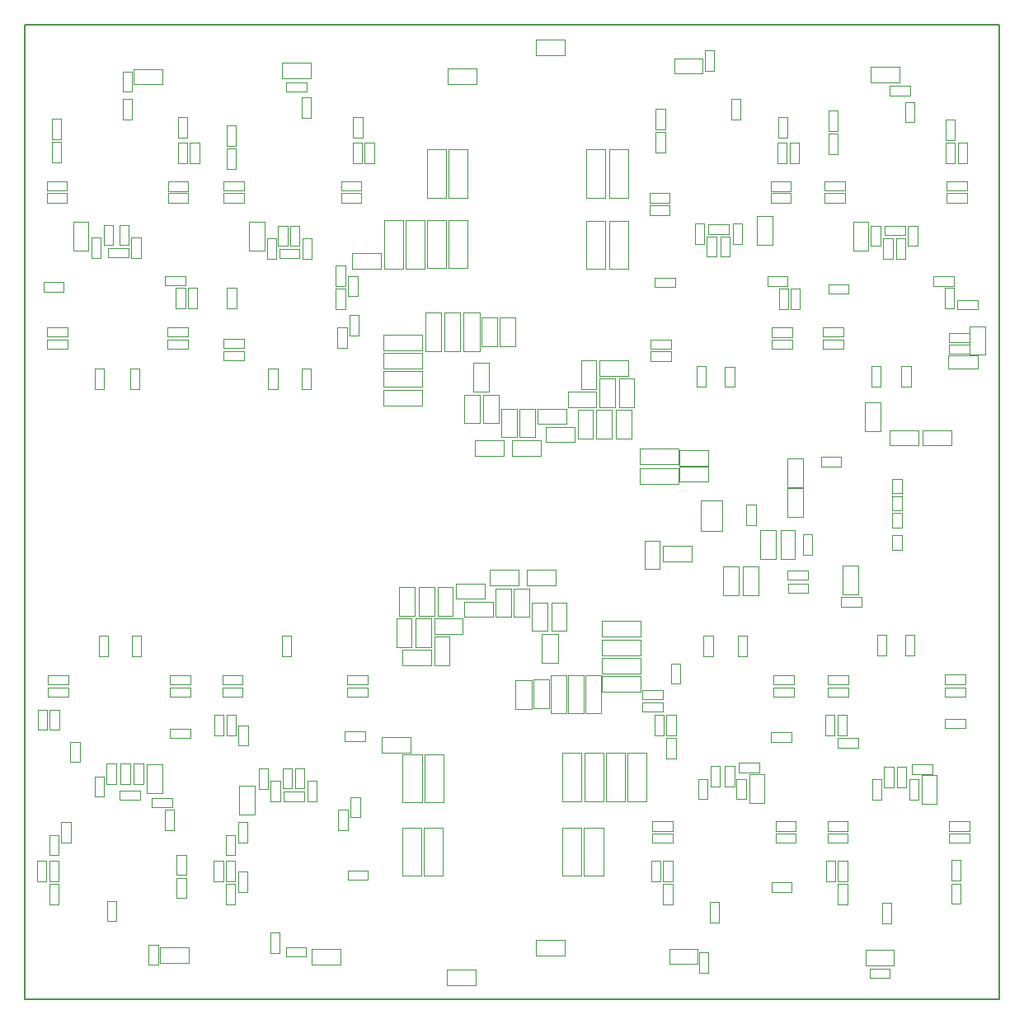
<source format=gbr>
G04 (created by PCBNEW (2013-05-16 BZR 4016)-stable) date 12. 1. 2014 21:28:44*
%MOIN*%
G04 Gerber Fmt 3.4, Leading zero omitted, Abs format*
%FSLAX34Y34*%
G01*
G70*
G90*
G04 APERTURE LIST*
%ADD10C,0.00590551*%
%ADD11C,0.002*%
G04 APERTURE END LIST*
G54D10*
X38779Y-61023D02*
X78149Y-61023D01*
X78149Y-61023D02*
X78149Y-21653D01*
X78149Y-21653D02*
X38779Y-21653D01*
X38779Y-21653D02*
X38779Y-61023D01*
G54D11*
X61464Y-28624D02*
X61464Y-26678D01*
X62238Y-26678D02*
X62238Y-28624D01*
X62238Y-28624D02*
X61464Y-28624D01*
X61464Y-26678D02*
X62238Y-26678D01*
X62389Y-28624D02*
X62389Y-26678D01*
X63163Y-26678D02*
X63163Y-28624D01*
X63163Y-28624D02*
X62389Y-28624D01*
X62389Y-26678D02*
X63163Y-26678D01*
X55892Y-28630D02*
X55892Y-26684D01*
X56666Y-26684D02*
X56666Y-28630D01*
X56666Y-28630D02*
X55892Y-28630D01*
X55892Y-26684D02*
X56666Y-26684D01*
X55026Y-28630D02*
X55026Y-26684D01*
X55800Y-26684D02*
X55800Y-28630D01*
X55800Y-28630D02*
X55026Y-28630D01*
X55026Y-26684D02*
X55800Y-26684D01*
X54933Y-29543D02*
X54933Y-31489D01*
X54159Y-31489D02*
X54159Y-29543D01*
X54159Y-29543D02*
X54933Y-29543D01*
X54933Y-31489D02*
X54159Y-31489D01*
X54067Y-29543D02*
X54067Y-31489D01*
X53293Y-31489D02*
X53293Y-29543D01*
X53293Y-29543D02*
X54067Y-29543D01*
X54067Y-31489D02*
X53293Y-31489D01*
X63138Y-53032D02*
X63138Y-51086D01*
X63912Y-51086D02*
X63912Y-53032D01*
X63912Y-53032D02*
X63138Y-53032D01*
X63138Y-51086D02*
X63912Y-51086D01*
X62255Y-53029D02*
X62255Y-51083D01*
X63029Y-51083D02*
X63029Y-53029D01*
X63029Y-53029D02*
X62255Y-53029D01*
X62255Y-51083D02*
X63029Y-51083D01*
X55680Y-54100D02*
X55680Y-56046D01*
X54906Y-56046D02*
X54906Y-54100D01*
X54906Y-54100D02*
X55680Y-54100D01*
X55680Y-56046D02*
X54906Y-56046D01*
X54803Y-54099D02*
X54803Y-56045D01*
X54029Y-56045D02*
X54029Y-54099D01*
X54029Y-54099D02*
X54803Y-54099D01*
X54803Y-56045D02*
X54029Y-56045D01*
X61269Y-54093D02*
X61269Y-56039D01*
X60495Y-56039D02*
X60495Y-54093D01*
X60495Y-54093D02*
X61269Y-54093D01*
X61269Y-56039D02*
X60495Y-56039D01*
X62151Y-54095D02*
X62151Y-56041D01*
X61377Y-56041D02*
X61377Y-54095D01*
X61377Y-54095D02*
X62151Y-54095D01*
X62151Y-56041D02*
X61377Y-56041D01*
X60227Y-44314D02*
X59069Y-44314D01*
X59069Y-44314D02*
X59069Y-43677D01*
X59078Y-43677D02*
X60236Y-43677D01*
X60236Y-43677D02*
X60236Y-44314D01*
X53906Y-45525D02*
X53906Y-44367D01*
X53906Y-44367D02*
X54543Y-44367D01*
X54543Y-44376D02*
X54543Y-45534D01*
X54543Y-45534D02*
X53906Y-45534D01*
X60316Y-46267D02*
X60316Y-47425D01*
X60316Y-47425D02*
X59679Y-47425D01*
X59679Y-47415D02*
X59679Y-46257D01*
X59679Y-46257D02*
X60316Y-46257D01*
X55336Y-44377D02*
X55336Y-45535D01*
X55336Y-45535D02*
X54699Y-45535D01*
X54699Y-45525D02*
X54699Y-44367D01*
X54699Y-44367D02*
X55336Y-44367D01*
X55197Y-47554D02*
X54039Y-47554D01*
X54039Y-47554D02*
X54039Y-46917D01*
X54048Y-46917D02*
X55206Y-46917D01*
X55206Y-46917D02*
X55206Y-47554D01*
X55196Y-45657D02*
X55196Y-46815D01*
X55196Y-46815D02*
X54559Y-46815D01*
X54559Y-46805D02*
X54559Y-45647D01*
X54559Y-45647D02*
X55196Y-45647D01*
X60049Y-46155D02*
X60049Y-44997D01*
X60049Y-44997D02*
X60666Y-44997D01*
X60666Y-44997D02*
X60666Y-46155D01*
X60666Y-46155D02*
X60049Y-46155D01*
X56076Y-44367D02*
X56076Y-45525D01*
X56076Y-45525D02*
X55459Y-45525D01*
X55459Y-45525D02*
X55459Y-44367D01*
X55459Y-44367D02*
X56076Y-44367D01*
X59886Y-44997D02*
X59886Y-46155D01*
X59886Y-46155D02*
X59269Y-46155D01*
X59269Y-46155D02*
X59269Y-44997D01*
X59269Y-44997D02*
X59886Y-44997D01*
X55319Y-45647D02*
X56477Y-45647D01*
X56477Y-45647D02*
X56477Y-46264D01*
X56477Y-46264D02*
X55319Y-46264D01*
X55319Y-46264D02*
X55319Y-45647D01*
X56529Y-44967D02*
X57687Y-44967D01*
X57687Y-44967D02*
X57687Y-45584D01*
X57687Y-45584D02*
X56529Y-45584D01*
X56529Y-45584D02*
X56529Y-44967D01*
X55946Y-46377D02*
X55946Y-47535D01*
X55946Y-47535D02*
X55329Y-47535D01*
X55329Y-47535D02*
X55329Y-46377D01*
X55329Y-46377D02*
X55946Y-46377D01*
X57569Y-43687D02*
X58727Y-43687D01*
X58727Y-43687D02*
X58727Y-44304D01*
X58727Y-44304D02*
X57569Y-44304D01*
X57569Y-44304D02*
X57569Y-43687D01*
X54408Y-45655D02*
X54408Y-46813D01*
X54408Y-46813D02*
X53791Y-46813D01*
X53791Y-46813D02*
X53791Y-45655D01*
X53791Y-45655D02*
X54408Y-45655D01*
X58539Y-45585D02*
X58539Y-44427D01*
X58539Y-44427D02*
X59156Y-44427D01*
X59156Y-44427D02*
X59156Y-45585D01*
X59156Y-45585D02*
X58539Y-45585D01*
X58426Y-44427D02*
X58426Y-45585D01*
X58426Y-45585D02*
X57809Y-45585D01*
X57809Y-45585D02*
X57809Y-44427D01*
X57809Y-44427D02*
X58426Y-44427D01*
X55800Y-29538D02*
X55800Y-31484D01*
X55026Y-31484D02*
X55026Y-29538D01*
X55026Y-29538D02*
X55800Y-29538D01*
X55800Y-31484D02*
X55026Y-31484D01*
X59441Y-22231D02*
X60599Y-22231D01*
X60599Y-22231D02*
X60599Y-22868D01*
X60589Y-22868D02*
X59431Y-22868D01*
X59431Y-22868D02*
X59431Y-22231D01*
X56666Y-29538D02*
X56666Y-31484D01*
X55892Y-31484D02*
X55892Y-29538D01*
X55892Y-29538D02*
X56666Y-29538D01*
X56666Y-31484D02*
X55892Y-31484D01*
X62237Y-29558D02*
X62237Y-31504D01*
X61463Y-31504D02*
X61463Y-29558D01*
X61463Y-29558D02*
X62237Y-29558D01*
X62237Y-31504D02*
X61463Y-31504D01*
X63162Y-29558D02*
X63162Y-31504D01*
X62388Y-31504D02*
X62388Y-29558D01*
X62388Y-29558D02*
X63162Y-29558D01*
X63162Y-31504D02*
X62388Y-31504D01*
X60498Y-53029D02*
X60498Y-51083D01*
X61272Y-51083D02*
X61272Y-53029D01*
X61272Y-53029D02*
X60498Y-53029D01*
X60498Y-51083D02*
X61272Y-51083D01*
X61381Y-53032D02*
X61381Y-51086D01*
X62155Y-51086D02*
X62155Y-53032D01*
X62155Y-53032D02*
X61381Y-53032D01*
X61381Y-51086D02*
X62155Y-51086D01*
X54920Y-53081D02*
X54920Y-51135D01*
X55694Y-51135D02*
X55694Y-53081D01*
X55694Y-53081D02*
X54920Y-53081D01*
X54920Y-51135D02*
X55694Y-51135D01*
X54042Y-53079D02*
X54042Y-51133D01*
X54816Y-51133D02*
X54816Y-53079D01*
X54816Y-53079D02*
X54042Y-53079D01*
X54042Y-51133D02*
X54816Y-51133D01*
X74215Y-41377D02*
X74215Y-41968D01*
X74215Y-41966D02*
X73835Y-41966D01*
X73835Y-41968D02*
X73835Y-41377D01*
X73835Y-41379D02*
X74215Y-41379D01*
X74215Y-40688D02*
X74215Y-41279D01*
X74215Y-41277D02*
X73835Y-41277D01*
X73835Y-41279D02*
X73835Y-40688D01*
X73835Y-40690D02*
X74215Y-40690D01*
X74225Y-42283D02*
X74225Y-42874D01*
X74225Y-42872D02*
X73845Y-42872D01*
X73845Y-42874D02*
X73845Y-42283D01*
X73845Y-42285D02*
X74225Y-42285D01*
X74215Y-40000D02*
X74215Y-40590D01*
X74215Y-40588D02*
X73835Y-40588D01*
X73835Y-40590D02*
X73835Y-40000D01*
X73835Y-40001D02*
X74215Y-40001D01*
X69894Y-42058D02*
X69894Y-43216D01*
X69894Y-43226D02*
X69337Y-43226D01*
X69337Y-43226D02*
X69337Y-42068D01*
X69337Y-42058D02*
X69894Y-42058D01*
X76113Y-34996D02*
X77271Y-34996D01*
X77281Y-34996D02*
X77281Y-35554D01*
X77281Y-35554D02*
X76123Y-35554D01*
X76113Y-35554D02*
X76113Y-34996D01*
X66099Y-42114D02*
X66099Y-40857D01*
X66099Y-40857D02*
X66951Y-40857D01*
X66951Y-40867D02*
X66951Y-42104D01*
X66951Y-42114D02*
X66099Y-42114D01*
X44338Y-24048D02*
X43180Y-24048D01*
X43180Y-24048D02*
X43180Y-23431D01*
X43180Y-23431D02*
X44338Y-23431D01*
X44338Y-23431D02*
X44338Y-24048D01*
X50332Y-23802D02*
X49174Y-23802D01*
X49174Y-23802D02*
X49174Y-23185D01*
X49174Y-23185D02*
X50332Y-23185D01*
X50332Y-23185D02*
X50332Y-23802D01*
X48448Y-29617D02*
X48448Y-30775D01*
X48448Y-30775D02*
X47831Y-30775D01*
X47831Y-30775D02*
X47831Y-29617D01*
X47831Y-29617D02*
X48448Y-29617D01*
X41331Y-29598D02*
X41331Y-30756D01*
X41331Y-30756D02*
X40715Y-30756D01*
X40715Y-30756D02*
X40715Y-29598D01*
X40715Y-29598D02*
X41331Y-29598D01*
X43707Y-52695D02*
X43707Y-51537D01*
X43707Y-51537D02*
X44324Y-51537D01*
X44324Y-51537D02*
X44324Y-52695D01*
X44324Y-52695D02*
X43707Y-52695D01*
X47437Y-53571D02*
X47437Y-52413D01*
X47437Y-52413D02*
X48054Y-52413D01*
X48054Y-52413D02*
X48054Y-53571D01*
X48054Y-53571D02*
X47437Y-53571D01*
X45391Y-59570D02*
X44233Y-59570D01*
X44233Y-59570D02*
X44233Y-58953D01*
X44233Y-58953D02*
X45391Y-58953D01*
X45391Y-58953D02*
X45391Y-59570D01*
X51523Y-59629D02*
X50365Y-59629D01*
X50365Y-59629D02*
X50365Y-59012D01*
X50365Y-59012D02*
X51523Y-59012D01*
X51523Y-59012D02*
X51523Y-59629D01*
X64814Y-58992D02*
X65972Y-58992D01*
X65972Y-58992D02*
X65972Y-59609D01*
X65972Y-59609D02*
X64814Y-59609D01*
X64814Y-59609D02*
X64814Y-58992D01*
X72747Y-59051D02*
X73905Y-59051D01*
X73905Y-59051D02*
X73905Y-59668D01*
X73905Y-59668D02*
X72747Y-59668D01*
X72747Y-59668D02*
X72747Y-59051D01*
X68057Y-53108D02*
X68057Y-51950D01*
X68057Y-51950D02*
X68674Y-51950D01*
X68674Y-51950D02*
X68674Y-53108D01*
X68674Y-53108D02*
X68057Y-53108D01*
X75016Y-53138D02*
X75016Y-51980D01*
X75016Y-51980D02*
X75633Y-51980D01*
X75633Y-51980D02*
X75633Y-53138D01*
X75633Y-53138D02*
X75016Y-53138D01*
X68989Y-29381D02*
X68989Y-30539D01*
X68989Y-30539D02*
X68372Y-30539D01*
X68372Y-30539D02*
X68372Y-29381D01*
X68372Y-29381D02*
X68989Y-29381D01*
X72867Y-29598D02*
X72867Y-30756D01*
X72867Y-30756D02*
X72250Y-30756D01*
X72250Y-30756D02*
X72250Y-29598D01*
X72250Y-29598D02*
X72867Y-29598D01*
X65021Y-22998D02*
X66179Y-22998D01*
X66179Y-22998D02*
X66179Y-23615D01*
X66179Y-23615D02*
X65021Y-23615D01*
X65021Y-23615D02*
X65021Y-22998D01*
X72974Y-23353D02*
X74132Y-23353D01*
X74132Y-23353D02*
X74132Y-23969D01*
X74132Y-23969D02*
X72974Y-23969D01*
X72974Y-23969D02*
X72974Y-23353D01*
X58613Y-49281D02*
X58613Y-48123D01*
X58613Y-48123D02*
X59250Y-48123D01*
X59250Y-48132D02*
X59250Y-49290D01*
X59250Y-49290D02*
X58613Y-49290D01*
X57240Y-34634D02*
X57240Y-33476D01*
X57240Y-33476D02*
X57877Y-33476D01*
X57877Y-33485D02*
X57877Y-34643D01*
X57877Y-34643D02*
X57240Y-34643D01*
X58588Y-33486D02*
X58588Y-34644D01*
X58588Y-34644D02*
X57951Y-34644D01*
X57951Y-34634D02*
X57951Y-33476D01*
X57951Y-33476D02*
X58588Y-33476D01*
X57029Y-24038D02*
X55871Y-24038D01*
X55871Y-24038D02*
X55871Y-23401D01*
X55880Y-23401D02*
X57038Y-23401D01*
X57038Y-23401D02*
X57038Y-24038D01*
X56989Y-60463D02*
X55831Y-60463D01*
X55831Y-60463D02*
X55831Y-59826D01*
X55840Y-59826D02*
X56998Y-59826D01*
X56998Y-59826D02*
X56998Y-60463D01*
X59441Y-58641D02*
X60599Y-58641D01*
X60599Y-58641D02*
X60599Y-59278D01*
X60589Y-59278D02*
X59431Y-59278D01*
X59431Y-59278D02*
X59431Y-58641D01*
X66386Y-39491D02*
X65228Y-39491D01*
X65228Y-39491D02*
X65228Y-38855D01*
X65237Y-38855D02*
X66395Y-38855D01*
X66395Y-38855D02*
X66395Y-39491D01*
X66386Y-40101D02*
X65228Y-40101D01*
X65228Y-40101D02*
X65228Y-39465D01*
X65237Y-39465D02*
X66395Y-39465D01*
X66395Y-39465D02*
X66395Y-40101D01*
X64578Y-42693D02*
X65736Y-42693D01*
X65736Y-42693D02*
X65736Y-43329D01*
X65726Y-43329D02*
X64568Y-43329D01*
X64568Y-43329D02*
X64568Y-42693D01*
X59958Y-48127D02*
X59958Y-49285D01*
X59958Y-49285D02*
X59321Y-49285D01*
X59321Y-49275D02*
X59321Y-48117D01*
X59321Y-48117D02*
X59958Y-48117D01*
X52011Y-30871D02*
X53169Y-30871D01*
X53169Y-30871D02*
X53169Y-31508D01*
X53159Y-31508D02*
X52001Y-31508D01*
X52001Y-31508D02*
X52001Y-30871D01*
X63633Y-39563D02*
X65185Y-39563D01*
X65185Y-40199D02*
X63633Y-40199D01*
X63633Y-40199D02*
X63633Y-39563D01*
X65185Y-39563D02*
X65185Y-40199D01*
X63633Y-38756D02*
X65185Y-38756D01*
X65185Y-39392D02*
X63633Y-39392D01*
X63633Y-39392D02*
X63633Y-38756D01*
X65185Y-38756D02*
X65185Y-39392D01*
X60665Y-47923D02*
X60665Y-49475D01*
X60028Y-49475D02*
X60028Y-47923D01*
X60028Y-47923D02*
X60665Y-47923D01*
X60665Y-49475D02*
X60028Y-49475D01*
X61372Y-47923D02*
X61372Y-49475D01*
X60735Y-49475D02*
X60735Y-47923D01*
X60735Y-47923D02*
X61372Y-47923D01*
X61372Y-49475D02*
X60735Y-49475D01*
X62072Y-47923D02*
X62072Y-49475D01*
X61435Y-49475D02*
X61435Y-47923D01*
X61435Y-47923D02*
X62072Y-47923D01*
X62072Y-49475D02*
X61435Y-49475D01*
X62104Y-47971D02*
X63656Y-47971D01*
X63656Y-48608D02*
X62104Y-48608D01*
X62104Y-48608D02*
X62104Y-47971D01*
X63656Y-47971D02*
X63656Y-48608D01*
X62105Y-47225D02*
X63657Y-47225D01*
X63657Y-47862D02*
X62105Y-47862D01*
X62105Y-47862D02*
X62105Y-47225D01*
X63657Y-47225D02*
X63657Y-47862D01*
X56511Y-34836D02*
X56511Y-33284D01*
X57148Y-33284D02*
X57148Y-34836D01*
X57148Y-34836D02*
X56511Y-34836D01*
X56511Y-33284D02*
X57148Y-33284D01*
X55741Y-34836D02*
X55741Y-33284D01*
X56378Y-33284D02*
X56378Y-34836D01*
X56378Y-34836D02*
X55741Y-34836D01*
X55741Y-33284D02*
X56378Y-33284D01*
X54971Y-34836D02*
X54971Y-33284D01*
X55608Y-33284D02*
X55608Y-34836D01*
X55608Y-34836D02*
X54971Y-34836D01*
X54971Y-33284D02*
X55608Y-33284D01*
X54831Y-34806D02*
X53279Y-34806D01*
X53279Y-34170D02*
X54831Y-34170D01*
X54831Y-34170D02*
X54831Y-34806D01*
X53279Y-34806D02*
X53279Y-34170D01*
X54826Y-35548D02*
X53274Y-35548D01*
X53274Y-34911D02*
X54826Y-34911D01*
X54826Y-34911D02*
X54826Y-35548D01*
X53274Y-35548D02*
X53274Y-34911D01*
X68418Y-43535D02*
X68418Y-44693D01*
X68418Y-44693D02*
X67801Y-44693D01*
X67801Y-44693D02*
X67801Y-43535D01*
X67801Y-43535D02*
X68418Y-43535D01*
X67621Y-43535D02*
X67621Y-44693D01*
X67621Y-44693D02*
X67004Y-44693D01*
X67004Y-44693D02*
X67004Y-43535D01*
X67004Y-43535D02*
X67621Y-43535D01*
X72453Y-43515D02*
X72453Y-44673D01*
X72453Y-44673D02*
X71837Y-44673D01*
X71837Y-44673D02*
X71837Y-43515D01*
X71837Y-43515D02*
X72453Y-43515D01*
X68510Y-43226D02*
X68510Y-42068D01*
X68510Y-42068D02*
X69127Y-42068D01*
X69127Y-42068D02*
X69127Y-43226D01*
X69127Y-43226D02*
X68510Y-43226D01*
X76975Y-34988D02*
X76975Y-33830D01*
X76975Y-33830D02*
X77591Y-33830D01*
X77591Y-33830D02*
X77591Y-34988D01*
X77591Y-34988D02*
X76975Y-34988D01*
X73359Y-36901D02*
X73359Y-38059D01*
X73359Y-38059D02*
X72742Y-38059D01*
X72742Y-38059D02*
X72742Y-36901D01*
X72742Y-36901D02*
X73359Y-36901D01*
X75070Y-38038D02*
X76228Y-38038D01*
X76228Y-38038D02*
X76228Y-38654D01*
X76228Y-38654D02*
X75070Y-38654D01*
X75070Y-38654D02*
X75070Y-38038D01*
X74890Y-38654D02*
X73732Y-38654D01*
X73732Y-38654D02*
X73732Y-38038D01*
X73732Y-38038D02*
X74890Y-38038D01*
X74890Y-38038D02*
X74890Y-38654D01*
X70219Y-39184D02*
X70219Y-40342D01*
X70219Y-40342D02*
X69603Y-40342D01*
X69603Y-40342D02*
X69603Y-39184D01*
X69603Y-39184D02*
X70219Y-39184D01*
X70219Y-40385D02*
X70219Y-41543D01*
X70219Y-41543D02*
X69603Y-41543D01*
X69603Y-41543D02*
X69603Y-40385D01*
X69603Y-40385D02*
X70219Y-40385D01*
X64442Y-42491D02*
X64442Y-43649D01*
X64442Y-43649D02*
X63825Y-43649D01*
X63825Y-43649D02*
X63825Y-42491D01*
X63825Y-42491D02*
X64442Y-42491D01*
X70613Y-42235D02*
X70613Y-43059D01*
X70613Y-43059D02*
X70233Y-43059D01*
X70233Y-43059D02*
X70233Y-42235D01*
X70233Y-42235D02*
X70613Y-42235D01*
X71773Y-44780D02*
X72596Y-44780D01*
X72596Y-44780D02*
X72596Y-45160D01*
X72596Y-45160D02*
X71773Y-45160D01*
X71773Y-45160D02*
X71773Y-44780D01*
X69617Y-44239D02*
X70441Y-44239D01*
X70441Y-44239D02*
X70441Y-44619D01*
X70441Y-44619D02*
X69617Y-44619D01*
X69617Y-44619D02*
X69617Y-44239D01*
X43556Y-51507D02*
X43556Y-52330D01*
X43556Y-52330D02*
X43176Y-52330D01*
X43176Y-52330D02*
X43176Y-51507D01*
X43176Y-51507D02*
X43556Y-51507D01*
X49233Y-52644D02*
X50057Y-52644D01*
X50057Y-52644D02*
X50057Y-53024D01*
X50057Y-53024D02*
X49233Y-53024D01*
X49233Y-53024D02*
X49233Y-52644D01*
X44156Y-58830D02*
X44156Y-59653D01*
X44156Y-59653D02*
X43776Y-59653D01*
X43776Y-59653D02*
X43776Y-58830D01*
X43776Y-58830D02*
X44156Y-58830D01*
X50145Y-59314D02*
X49322Y-59314D01*
X49322Y-59314D02*
X49322Y-58934D01*
X49322Y-58934D02*
X50145Y-58934D01*
X50145Y-58934D02*
X50145Y-59314D01*
X68462Y-51863D02*
X67639Y-51863D01*
X67639Y-51863D02*
X67639Y-51483D01*
X67639Y-51483D02*
X68462Y-51483D01*
X68462Y-51483D02*
X68462Y-51863D01*
X75460Y-51922D02*
X74637Y-51922D01*
X74637Y-51922D02*
X74637Y-51542D01*
X74637Y-51542D02*
X75460Y-51542D01*
X75460Y-51542D02*
X75460Y-51922D01*
X66410Y-59155D02*
X66410Y-59978D01*
X66410Y-59978D02*
X66030Y-59978D01*
X66030Y-59978D02*
X66030Y-59155D01*
X66030Y-59155D02*
X66410Y-59155D01*
X73738Y-60170D02*
X72915Y-60170D01*
X72915Y-60170D02*
X72915Y-59790D01*
X72915Y-59790D02*
X73738Y-59790D01*
X73738Y-59790D02*
X73738Y-60170D01*
X73525Y-29770D02*
X74348Y-29770D01*
X74348Y-29770D02*
X74348Y-30150D01*
X74348Y-30150D02*
X73525Y-30150D01*
X73525Y-30150D02*
X73525Y-29770D01*
X67222Y-30091D02*
X66399Y-30091D01*
X66399Y-30091D02*
X66399Y-29711D01*
X66399Y-29711D02*
X67222Y-29711D01*
X67222Y-29711D02*
X67222Y-30091D01*
X73732Y-24111D02*
X74555Y-24111D01*
X74555Y-24111D02*
X74555Y-24491D01*
X74555Y-24491D02*
X73732Y-24491D01*
X73732Y-24491D02*
X73732Y-24111D01*
X66266Y-23512D02*
X66266Y-22688D01*
X66266Y-22688D02*
X66646Y-22688D01*
X66646Y-22688D02*
X66646Y-23512D01*
X66646Y-23512D02*
X66266Y-23512D01*
X49880Y-31075D02*
X49056Y-31075D01*
X49056Y-31075D02*
X49056Y-30695D01*
X49056Y-30695D02*
X49880Y-30695D01*
X49880Y-30695D02*
X49880Y-31075D01*
X42127Y-30656D02*
X42951Y-30656D01*
X42951Y-30656D02*
X42951Y-31036D01*
X42951Y-31036D02*
X42127Y-31036D01*
X42127Y-31036D02*
X42127Y-30656D01*
X49332Y-23963D02*
X50155Y-23963D01*
X50155Y-23963D02*
X50155Y-24343D01*
X50155Y-24343D02*
X49332Y-24343D01*
X49332Y-24343D02*
X49332Y-23963D01*
X43103Y-23525D02*
X43103Y-24348D01*
X43103Y-24348D02*
X42723Y-24348D01*
X42723Y-24348D02*
X42723Y-23525D01*
X42723Y-23525D02*
X43103Y-23525D01*
X68319Y-41045D02*
X68319Y-41868D01*
X68319Y-41868D02*
X67939Y-41868D01*
X67939Y-41868D02*
X67939Y-41045D01*
X67939Y-41045D02*
X68319Y-41045D01*
X70956Y-39111D02*
X71779Y-39111D01*
X71779Y-39111D02*
X71779Y-39491D01*
X71779Y-39491D02*
X70956Y-39491D01*
X70956Y-39491D02*
X70956Y-39111D01*
X41758Y-47163D02*
X41758Y-46340D01*
X41758Y-46340D02*
X42138Y-46340D01*
X42138Y-46340D02*
X42138Y-47163D01*
X42138Y-47163D02*
X41758Y-47163D01*
X40987Y-50631D02*
X40987Y-51454D01*
X40987Y-51454D02*
X40607Y-51454D01*
X40607Y-51454D02*
X40607Y-50631D01*
X40607Y-50631D02*
X40987Y-50631D01*
X40529Y-48812D02*
X39706Y-48812D01*
X39706Y-48812D02*
X39706Y-48432D01*
X39706Y-48432D02*
X40529Y-48432D01*
X40529Y-48432D02*
X40529Y-48812D01*
X43423Y-52975D02*
X42600Y-52975D01*
X42600Y-52975D02*
X42600Y-52595D01*
X42600Y-52595D02*
X43423Y-52595D01*
X43423Y-52595D02*
X43423Y-52975D01*
X44627Y-48432D02*
X45451Y-48432D01*
X45451Y-48432D02*
X45451Y-48812D01*
X45451Y-48812D02*
X44627Y-48812D01*
X44627Y-48812D02*
X44627Y-48432D01*
X44627Y-50105D02*
X45451Y-50105D01*
X45451Y-50105D02*
X45451Y-50485D01*
X45451Y-50485D02*
X44627Y-50485D01*
X44627Y-50485D02*
X44627Y-50105D01*
X43024Y-51517D02*
X43024Y-52340D01*
X43024Y-52340D02*
X42644Y-52340D01*
X42644Y-52340D02*
X42644Y-51517D01*
X42644Y-51517D02*
X43024Y-51517D01*
X42453Y-51517D02*
X42453Y-52340D01*
X42453Y-52340D02*
X42073Y-52340D01*
X42073Y-52340D02*
X42073Y-51517D01*
X42073Y-51517D02*
X42453Y-51517D01*
X40160Y-49322D02*
X40160Y-50145D01*
X40160Y-50145D02*
X39780Y-50145D01*
X39780Y-50145D02*
X39780Y-49322D01*
X39780Y-49322D02*
X40160Y-49322D01*
X40529Y-48319D02*
X39706Y-48319D01*
X39706Y-48319D02*
X39706Y-47939D01*
X39706Y-47939D02*
X40529Y-47939D01*
X40529Y-47939D02*
X40529Y-48319D01*
X44627Y-47939D02*
X45451Y-47939D01*
X45451Y-47939D02*
X45451Y-48319D01*
X45451Y-48319D02*
X44627Y-48319D01*
X44627Y-48319D02*
X44627Y-47939D01*
X51704Y-50213D02*
X52527Y-50213D01*
X52527Y-50213D02*
X52527Y-50593D01*
X52527Y-50593D02*
X51704Y-50593D01*
X51704Y-50593D02*
X51704Y-50213D01*
X47577Y-48812D02*
X46753Y-48812D01*
X46753Y-48812D02*
X46753Y-48432D01*
X46753Y-48432D02*
X47577Y-48432D01*
X47577Y-48432D02*
X47577Y-48812D01*
X48595Y-51704D02*
X48595Y-52527D01*
X48595Y-52527D02*
X48215Y-52527D01*
X48215Y-52527D02*
X48215Y-51704D01*
X48215Y-51704D02*
X48595Y-51704D01*
X49160Y-47163D02*
X49160Y-46340D01*
X49160Y-46340D02*
X49540Y-46340D01*
X49540Y-46340D02*
X49540Y-47163D01*
X49540Y-47163D02*
X49160Y-47163D01*
X51812Y-48432D02*
X52636Y-48432D01*
X52636Y-48432D02*
X52636Y-48812D01*
X52636Y-48812D02*
X51812Y-48812D01*
X51812Y-48812D02*
X51812Y-48432D01*
X47788Y-49962D02*
X47788Y-50785D01*
X47788Y-50785D02*
X47408Y-50785D01*
X47408Y-50785D02*
X47408Y-49962D01*
X47408Y-49962D02*
X47788Y-49962D01*
X50071Y-51694D02*
X50071Y-52517D01*
X50071Y-52517D02*
X49691Y-52517D01*
X49691Y-52517D02*
X49691Y-51694D01*
X49691Y-51694D02*
X50071Y-51694D01*
X49579Y-51694D02*
X49579Y-52517D01*
X49579Y-52517D02*
X49199Y-52517D01*
X49199Y-52517D02*
X49199Y-51694D01*
X49199Y-51694D02*
X49579Y-51694D01*
X47296Y-49548D02*
X47296Y-50372D01*
X47296Y-50372D02*
X46916Y-50372D01*
X46916Y-50372D02*
X46916Y-49548D01*
X46916Y-49548D02*
X47296Y-49548D01*
X47577Y-48319D02*
X46753Y-48319D01*
X46753Y-48319D02*
X46753Y-47939D01*
X46753Y-47939D02*
X47577Y-47939D01*
X47577Y-47939D02*
X47577Y-48319D01*
X51812Y-47939D02*
X52636Y-47939D01*
X52636Y-47939D02*
X52636Y-48319D01*
X52636Y-48319D02*
X51812Y-48319D01*
X51812Y-48319D02*
X51812Y-47939D01*
X42473Y-57058D02*
X42473Y-57882D01*
X42473Y-57882D02*
X42093Y-57882D01*
X42093Y-57882D02*
X42093Y-57058D01*
X42093Y-57058D02*
X42473Y-57058D01*
X39750Y-57203D02*
X39750Y-56379D01*
X39750Y-56379D02*
X40130Y-56379D01*
X40130Y-56379D02*
X40130Y-57203D01*
X40130Y-57203D02*
X39750Y-57203D01*
X39750Y-55214D02*
X39750Y-54391D01*
X39750Y-54391D02*
X40130Y-54391D01*
X40130Y-54391D02*
X40130Y-55214D01*
X40130Y-55214D02*
X39750Y-55214D01*
X41581Y-52852D02*
X41581Y-52029D01*
X41581Y-52029D02*
X41961Y-52029D01*
X41961Y-52029D02*
X41961Y-52852D01*
X41961Y-52852D02*
X41581Y-52852D01*
X43909Y-52890D02*
X44732Y-52890D01*
X44732Y-52890D02*
X44732Y-53270D01*
X44732Y-53270D02*
X43909Y-53270D01*
X43909Y-53270D02*
X43909Y-52890D01*
X43097Y-47163D02*
X43097Y-46340D01*
X43097Y-46340D02*
X43477Y-46340D01*
X43477Y-46340D02*
X43477Y-47163D01*
X43477Y-47163D02*
X43097Y-47163D01*
X44908Y-56947D02*
X44908Y-56123D01*
X44908Y-56123D02*
X45288Y-56123D01*
X45288Y-56123D02*
X45288Y-56947D01*
X45288Y-56947D02*
X44908Y-56947D01*
X45288Y-55198D02*
X45288Y-56021D01*
X45288Y-56021D02*
X44908Y-56021D01*
X44908Y-56021D02*
X44908Y-55198D01*
X44908Y-55198D02*
X45288Y-55198D01*
X40130Y-55454D02*
X40130Y-56277D01*
X40130Y-56277D02*
X39750Y-56277D01*
X39750Y-56277D02*
X39750Y-55454D01*
X39750Y-55454D02*
X40130Y-55454D01*
X40623Y-53879D02*
X40623Y-54703D01*
X40623Y-54703D02*
X40243Y-54703D01*
X40243Y-54703D02*
X40243Y-53879D01*
X40243Y-53879D02*
X40623Y-53879D01*
X44432Y-54191D02*
X44432Y-53367D01*
X44432Y-53367D02*
X44812Y-53367D01*
X44812Y-53367D02*
X44812Y-54191D01*
X44812Y-54191D02*
X44432Y-54191D01*
X51822Y-55823D02*
X52645Y-55823D01*
X52645Y-55823D02*
X52645Y-56203D01*
X52645Y-56203D02*
X51822Y-56203D01*
X51822Y-56203D02*
X51822Y-55823D01*
X46896Y-57203D02*
X46896Y-56379D01*
X46896Y-56379D02*
X47276Y-56379D01*
X47276Y-56379D02*
X47276Y-57203D01*
X47276Y-57203D02*
X46896Y-57203D01*
X46896Y-55214D02*
X46896Y-54391D01*
X46896Y-54391D02*
X47276Y-54391D01*
X47276Y-54391D02*
X47276Y-55214D01*
X47276Y-55214D02*
X46896Y-55214D01*
X50184Y-53029D02*
X50184Y-52206D01*
X50184Y-52206D02*
X50564Y-52206D01*
X50564Y-52206D02*
X50564Y-53029D01*
X50564Y-53029D02*
X50184Y-53029D01*
X52315Y-52856D02*
X52315Y-53679D01*
X52315Y-53679D02*
X51935Y-53679D01*
X51935Y-53679D02*
X51935Y-52856D01*
X51935Y-52856D02*
X52315Y-52856D01*
X47768Y-55867D02*
X47768Y-56691D01*
X47768Y-56691D02*
X47388Y-56691D01*
X47388Y-56691D02*
X47388Y-55867D01*
X47388Y-55867D02*
X47768Y-55867D01*
X48707Y-53029D02*
X48707Y-52206D01*
X48707Y-52206D02*
X49087Y-52206D01*
X49087Y-52206D02*
X49087Y-53029D01*
X49087Y-53029D02*
X48707Y-53029D01*
X49077Y-58338D02*
X49077Y-59161D01*
X49077Y-59161D02*
X48697Y-59161D01*
X48697Y-59161D02*
X48697Y-58338D01*
X48697Y-58338D02*
X49077Y-58338D01*
X47276Y-55454D02*
X47276Y-56277D01*
X47276Y-56277D02*
X46896Y-56277D01*
X46896Y-56277D02*
X46896Y-55454D01*
X46896Y-55454D02*
X47276Y-55454D01*
X47768Y-53879D02*
X47768Y-54703D01*
X47768Y-54703D02*
X47388Y-54703D01*
X47388Y-54703D02*
X47388Y-53879D01*
X47388Y-53879D02*
X47768Y-53879D01*
X51443Y-54191D02*
X51443Y-53367D01*
X51443Y-53367D02*
X51823Y-53367D01*
X51823Y-53367D02*
X51823Y-54191D01*
X51823Y-54191D02*
X51443Y-54191D01*
X67546Y-52951D02*
X67546Y-52127D01*
X67546Y-52127D02*
X67926Y-52127D01*
X67926Y-52127D02*
X67926Y-52951D01*
X67926Y-52951D02*
X67546Y-52951D01*
X64565Y-48910D02*
X63741Y-48910D01*
X63741Y-48910D02*
X63741Y-48530D01*
X63741Y-48530D02*
X64565Y-48530D01*
X64565Y-48530D02*
X64565Y-48910D01*
X67585Y-47163D02*
X67585Y-46340D01*
X67585Y-46340D02*
X67965Y-46340D01*
X67965Y-46340D02*
X67965Y-47163D01*
X67965Y-47163D02*
X67585Y-47163D01*
X66207Y-47163D02*
X66207Y-46340D01*
X66207Y-46340D02*
X66587Y-46340D01*
X66587Y-46340D02*
X66587Y-47163D01*
X66587Y-47163D02*
X66207Y-47163D01*
X69037Y-48432D02*
X69860Y-48432D01*
X69860Y-48432D02*
X69860Y-48812D01*
X69860Y-48812D02*
X69037Y-48812D01*
X69037Y-48812D02*
X69037Y-48432D01*
X64711Y-51297D02*
X64711Y-50474D01*
X64711Y-50474D02*
X65091Y-50474D01*
X65091Y-50474D02*
X65091Y-51297D01*
X65091Y-51297D02*
X64711Y-51297D01*
X67453Y-51615D02*
X67453Y-52439D01*
X67453Y-52439D02*
X67073Y-52439D01*
X67073Y-52439D02*
X67073Y-51615D01*
X67073Y-51615D02*
X67453Y-51615D01*
X66863Y-51615D02*
X66863Y-52439D01*
X66863Y-52439D02*
X66483Y-52439D01*
X66483Y-52439D02*
X66483Y-51615D01*
X66483Y-51615D02*
X66863Y-51615D01*
X65091Y-49548D02*
X65091Y-50372D01*
X65091Y-50372D02*
X64711Y-50372D01*
X64711Y-50372D02*
X64711Y-49548D01*
X64711Y-49548D02*
X65091Y-49548D01*
X64888Y-48285D02*
X64888Y-47462D01*
X64888Y-47462D02*
X65268Y-47462D01*
X65268Y-47462D02*
X65268Y-48285D01*
X65268Y-48285D02*
X64888Y-48285D01*
X69037Y-47939D02*
X69860Y-47939D01*
X69860Y-47939D02*
X69860Y-48319D01*
X69860Y-48319D02*
X69037Y-48319D01*
X69037Y-48319D02*
X69037Y-47939D01*
X74514Y-52970D02*
X74514Y-52147D01*
X74514Y-52147D02*
X74894Y-52147D01*
X74894Y-52147D02*
X74894Y-52970D01*
X74894Y-52970D02*
X74514Y-52970D01*
X74357Y-47143D02*
X74357Y-46320D01*
X74357Y-46320D02*
X74737Y-46320D01*
X74737Y-46320D02*
X74737Y-47143D01*
X74737Y-47143D02*
X74357Y-47143D01*
X72065Y-48812D02*
X71241Y-48812D01*
X71241Y-48812D02*
X71241Y-48432D01*
X71241Y-48432D02*
X72065Y-48432D01*
X72065Y-48432D02*
X72065Y-48812D01*
X73215Y-47143D02*
X73215Y-46320D01*
X73215Y-46320D02*
X73595Y-46320D01*
X73595Y-46320D02*
X73595Y-47143D01*
X73595Y-47143D02*
X73215Y-47143D01*
X75966Y-48432D02*
X76789Y-48432D01*
X76789Y-48432D02*
X76789Y-48812D01*
X76789Y-48812D02*
X75966Y-48812D01*
X75966Y-48812D02*
X75966Y-48432D01*
X72449Y-50859D02*
X71625Y-50859D01*
X71625Y-50859D02*
X71625Y-50479D01*
X71625Y-50479D02*
X72449Y-50479D01*
X72449Y-50479D02*
X72449Y-50859D01*
X74402Y-51635D02*
X74402Y-52458D01*
X74402Y-52458D02*
X74022Y-52458D01*
X74022Y-52458D02*
X74022Y-51635D01*
X74022Y-51635D02*
X74402Y-51635D01*
X73890Y-51635D02*
X73890Y-52458D01*
X73890Y-52458D02*
X73510Y-52458D01*
X73510Y-52458D02*
X73510Y-51635D01*
X73510Y-51635D02*
X73890Y-51635D01*
X72001Y-49548D02*
X72001Y-50372D01*
X72001Y-50372D02*
X71621Y-50372D01*
X71621Y-50372D02*
X71621Y-49548D01*
X71621Y-49548D02*
X72001Y-49548D01*
X72065Y-48319D02*
X71241Y-48319D01*
X71241Y-48319D02*
X71241Y-47939D01*
X71241Y-47939D02*
X72065Y-47939D01*
X72065Y-47939D02*
X72065Y-48319D01*
X75966Y-47920D02*
X76789Y-47920D01*
X76789Y-47920D02*
X76789Y-48300D01*
X76789Y-48300D02*
X75966Y-48300D01*
X75966Y-48300D02*
X75966Y-47920D01*
X68948Y-56315D02*
X69771Y-56315D01*
X69771Y-56315D02*
X69771Y-56695D01*
X69771Y-56695D02*
X68948Y-56695D01*
X68948Y-56695D02*
X68948Y-56315D01*
X64565Y-49402D02*
X63741Y-49402D01*
X63741Y-49402D02*
X63741Y-49022D01*
X63741Y-49022D02*
X64565Y-49022D01*
X64565Y-49022D02*
X64565Y-49402D01*
X64958Y-54717D02*
X64135Y-54717D01*
X64135Y-54717D02*
X64135Y-54337D01*
X64135Y-54337D02*
X64958Y-54337D01*
X64958Y-54337D02*
X64958Y-54717D01*
X65991Y-52951D02*
X65991Y-52127D01*
X65991Y-52127D02*
X66371Y-52127D01*
X66371Y-52127D02*
X66371Y-52951D01*
X66371Y-52951D02*
X65991Y-52951D01*
X69115Y-54337D02*
X69939Y-54337D01*
X69939Y-54337D02*
X69939Y-54717D01*
X69939Y-54717D02*
X69115Y-54717D01*
X69115Y-54717D02*
X69115Y-54337D01*
X64573Y-57203D02*
X64573Y-56379D01*
X64573Y-56379D02*
X64953Y-56379D01*
X64953Y-56379D02*
X64953Y-57203D01*
X64953Y-57203D02*
X64573Y-57203D01*
X68928Y-50252D02*
X69752Y-50252D01*
X69752Y-50252D02*
X69752Y-50632D01*
X69752Y-50632D02*
X68928Y-50632D01*
X68928Y-50632D02*
X68928Y-50252D01*
X66839Y-57119D02*
X66839Y-57943D01*
X66839Y-57943D02*
X66459Y-57943D01*
X66459Y-57943D02*
X66459Y-57119D01*
X66459Y-57119D02*
X66839Y-57119D01*
X64953Y-55454D02*
X64953Y-56277D01*
X64953Y-56277D02*
X64573Y-56277D01*
X64573Y-56277D02*
X64573Y-55454D01*
X64573Y-55454D02*
X64953Y-55454D01*
X64958Y-54225D02*
X64135Y-54225D01*
X64135Y-54225D02*
X64135Y-53845D01*
X64135Y-53845D02*
X64958Y-53845D01*
X64958Y-53845D02*
X64958Y-54225D01*
X69115Y-53845D02*
X69939Y-53845D01*
X69939Y-53845D02*
X69939Y-54225D01*
X69939Y-54225D02*
X69115Y-54225D01*
X69115Y-54225D02*
X69115Y-53845D01*
X73800Y-57135D02*
X73800Y-57958D01*
X73800Y-57958D02*
X73420Y-57958D01*
X73420Y-57958D02*
X73420Y-57135D01*
X73420Y-57135D02*
X73800Y-57135D01*
X76227Y-57183D02*
X76227Y-56359D01*
X76227Y-56359D02*
X76607Y-56359D01*
X76607Y-56359D02*
X76607Y-57183D01*
X76607Y-57183D02*
X76227Y-57183D01*
X72045Y-54717D02*
X71222Y-54717D01*
X71222Y-54717D02*
X71222Y-54337D01*
X71222Y-54337D02*
X72045Y-54337D01*
X72045Y-54337D02*
X72045Y-54717D01*
X73018Y-52970D02*
X73018Y-52147D01*
X73018Y-52147D02*
X73398Y-52147D01*
X73398Y-52147D02*
X73398Y-52970D01*
X73398Y-52970D02*
X73018Y-52970D01*
X76123Y-54337D02*
X76947Y-54337D01*
X76947Y-54337D02*
X76947Y-54717D01*
X76947Y-54717D02*
X76123Y-54717D01*
X76123Y-54717D02*
X76123Y-54337D01*
X71640Y-57203D02*
X71640Y-56379D01*
X71640Y-56379D02*
X72020Y-56379D01*
X72020Y-56379D02*
X72020Y-57203D01*
X72020Y-57203D02*
X71640Y-57203D01*
X76607Y-55415D02*
X76607Y-56238D01*
X76607Y-56238D02*
X76227Y-56238D01*
X76227Y-56238D02*
X76227Y-55415D01*
X76227Y-55415D02*
X76607Y-55415D01*
X75966Y-49691D02*
X76789Y-49691D01*
X76789Y-49691D02*
X76789Y-50071D01*
X76789Y-50071D02*
X75966Y-50071D01*
X75966Y-50071D02*
X75966Y-49691D01*
X72020Y-55454D02*
X72020Y-56277D01*
X72020Y-56277D02*
X71640Y-56277D01*
X71640Y-56277D02*
X71640Y-55454D01*
X71640Y-55454D02*
X72020Y-55454D01*
X72045Y-54225D02*
X71222Y-54225D01*
X71222Y-54225D02*
X71222Y-53845D01*
X71222Y-53845D02*
X72045Y-53845D01*
X72045Y-53845D02*
X72045Y-54225D01*
X76123Y-53845D02*
X76947Y-53845D01*
X76947Y-53845D02*
X76947Y-54225D01*
X76947Y-54225D02*
X76123Y-54225D01*
X76123Y-54225D02*
X76123Y-53845D01*
X73378Y-35454D02*
X73378Y-36277D01*
X73378Y-36277D02*
X72998Y-36277D01*
X72998Y-36277D02*
X72998Y-35454D01*
X72998Y-35454D02*
X73378Y-35454D01*
X76123Y-34091D02*
X76947Y-34091D01*
X76947Y-34091D02*
X76947Y-34471D01*
X76947Y-34471D02*
X76123Y-34471D01*
X76123Y-34471D02*
X76123Y-34091D01*
X67453Y-35458D02*
X67453Y-36281D01*
X67453Y-36281D02*
X67073Y-36281D01*
X67073Y-36281D02*
X67073Y-35458D01*
X67073Y-35458D02*
X67453Y-35458D01*
X74587Y-35438D02*
X74587Y-36262D01*
X74587Y-36262D02*
X74207Y-36262D01*
X74207Y-36262D02*
X74207Y-35438D01*
X74207Y-35438D02*
X74587Y-35438D01*
X71868Y-34245D02*
X71045Y-34245D01*
X71045Y-34245D02*
X71045Y-33865D01*
X71045Y-33865D02*
X71868Y-33865D01*
X71868Y-33865D02*
X71868Y-34245D01*
X73471Y-31100D02*
X73471Y-30277D01*
X73471Y-30277D02*
X73851Y-30277D01*
X73851Y-30277D02*
X73851Y-31100D01*
X73851Y-31100D02*
X73471Y-31100D01*
X73983Y-31100D02*
X73983Y-30277D01*
X73983Y-30277D02*
X74363Y-30277D01*
X74363Y-30277D02*
X74363Y-31100D01*
X74363Y-31100D02*
X73983Y-31100D01*
X75513Y-31817D02*
X76336Y-31817D01*
X76336Y-31817D02*
X76336Y-32197D01*
X76336Y-32197D02*
X75513Y-32197D01*
X75513Y-32197D02*
X75513Y-31817D01*
X75951Y-33108D02*
X75951Y-32285D01*
X75951Y-32285D02*
X76331Y-32285D01*
X76331Y-32285D02*
X76331Y-33108D01*
X76331Y-33108D02*
X75951Y-33108D01*
X76123Y-34573D02*
X76947Y-34573D01*
X76947Y-34573D02*
X76947Y-34953D01*
X76947Y-34953D02*
X76123Y-34953D01*
X76123Y-34953D02*
X76123Y-34573D01*
X71868Y-34737D02*
X71045Y-34737D01*
X71045Y-34737D02*
X71045Y-34357D01*
X71045Y-34357D02*
X71868Y-34357D01*
X71868Y-34357D02*
X71868Y-34737D01*
X68978Y-33884D02*
X69801Y-33884D01*
X69801Y-33884D02*
X69801Y-34264D01*
X69801Y-34264D02*
X68978Y-34264D01*
X68978Y-34264D02*
X68978Y-33884D01*
X65057Y-32237D02*
X64233Y-32237D01*
X64233Y-32237D02*
X64233Y-31857D01*
X64233Y-31857D02*
X65057Y-31857D01*
X65057Y-31857D02*
X65057Y-32237D01*
X66233Y-29686D02*
X66233Y-30510D01*
X66233Y-30510D02*
X65853Y-30510D01*
X65853Y-30510D02*
X65853Y-29686D01*
X65853Y-29686D02*
X66233Y-29686D01*
X68781Y-31817D02*
X69604Y-31817D01*
X69604Y-31817D02*
X69604Y-32197D01*
X69604Y-32197D02*
X68781Y-32197D01*
X68781Y-32197D02*
X68781Y-31817D01*
X64899Y-35229D02*
X64076Y-35229D01*
X64076Y-35229D02*
X64076Y-34849D01*
X64076Y-34849D02*
X64899Y-34849D01*
X64899Y-34849D02*
X64899Y-35229D01*
X66312Y-35454D02*
X66312Y-36277D01*
X66312Y-36277D02*
X65932Y-36277D01*
X65932Y-36277D02*
X65932Y-35454D01*
X65932Y-35454D02*
X66312Y-35454D01*
X66896Y-31021D02*
X66896Y-30198D01*
X66896Y-30198D02*
X67276Y-30198D01*
X67276Y-30198D02*
X67276Y-31021D01*
X67276Y-31021D02*
X66896Y-31021D01*
X66345Y-31021D02*
X66345Y-30198D01*
X66345Y-30198D02*
X66725Y-30198D01*
X66725Y-30198D02*
X66725Y-31021D01*
X66725Y-31021D02*
X66345Y-31021D01*
X69258Y-33128D02*
X69258Y-32304D01*
X69258Y-32304D02*
X69638Y-32304D01*
X69638Y-32304D02*
X69638Y-33128D01*
X69638Y-33128D02*
X69258Y-33128D01*
X68978Y-34357D02*
X69801Y-34357D01*
X69801Y-34357D02*
X69801Y-34737D01*
X69801Y-34737D02*
X68978Y-34737D01*
X68978Y-34737D02*
X68978Y-34357D01*
X64899Y-34737D02*
X64076Y-34737D01*
X64076Y-34737D02*
X64076Y-34357D01*
X64076Y-34357D02*
X64899Y-34357D01*
X64899Y-34357D02*
X64899Y-34737D01*
X71266Y-26868D02*
X71266Y-26045D01*
X71266Y-26045D02*
X71646Y-26045D01*
X71646Y-26045D02*
X71646Y-26868D01*
X71646Y-26868D02*
X71266Y-26868D01*
X76371Y-25474D02*
X76371Y-26297D01*
X76371Y-26297D02*
X75991Y-26297D01*
X75991Y-26297D02*
X75991Y-25474D01*
X75991Y-25474D02*
X76371Y-25474D01*
X76025Y-27959D02*
X76848Y-27959D01*
X76848Y-27959D02*
X76848Y-28339D01*
X76848Y-28339D02*
X76025Y-28339D01*
X76025Y-28339D02*
X76025Y-27959D01*
X74855Y-29765D02*
X74855Y-30588D01*
X74855Y-30588D02*
X74475Y-30588D01*
X74475Y-30588D02*
X74475Y-29765D01*
X74475Y-29765D02*
X74855Y-29765D01*
X71927Y-28339D02*
X71104Y-28339D01*
X71104Y-28339D02*
X71104Y-27959D01*
X71104Y-27959D02*
X71927Y-27959D01*
X71927Y-27959D02*
X71927Y-28339D01*
X71646Y-25119D02*
X71646Y-25943D01*
X71646Y-25943D02*
X71266Y-25943D01*
X71266Y-25943D02*
X71266Y-25119D01*
X71266Y-25119D02*
X71646Y-25119D01*
X73359Y-29765D02*
X73359Y-30588D01*
X73359Y-30588D02*
X72979Y-30588D01*
X72979Y-30588D02*
X72979Y-29765D01*
X72979Y-29765D02*
X73359Y-29765D01*
X74361Y-25584D02*
X74361Y-24761D01*
X74361Y-24761D02*
X74741Y-24761D01*
X74741Y-24761D02*
X74741Y-25584D01*
X74741Y-25584D02*
X74361Y-25584D01*
X75991Y-27222D02*
X75991Y-26399D01*
X75991Y-26399D02*
X76371Y-26399D01*
X76371Y-26399D02*
X76371Y-27222D01*
X76371Y-27222D02*
X75991Y-27222D01*
X76025Y-28451D02*
X76848Y-28451D01*
X76848Y-28451D02*
X76848Y-28831D01*
X76848Y-28831D02*
X76025Y-28831D01*
X76025Y-28831D02*
X76025Y-28451D01*
X71927Y-28831D02*
X71104Y-28831D01*
X71104Y-28831D02*
X71104Y-28451D01*
X71104Y-28451D02*
X71927Y-28451D01*
X71927Y-28451D02*
X71927Y-28831D01*
X64658Y-25041D02*
X64658Y-25864D01*
X64658Y-25864D02*
X64278Y-25864D01*
X64278Y-25864D02*
X64278Y-25041D01*
X64278Y-25041D02*
X64658Y-25041D01*
X68919Y-27979D02*
X69742Y-27979D01*
X69742Y-27979D02*
X69742Y-28359D01*
X69742Y-28359D02*
X68919Y-28359D01*
X68919Y-28359D02*
X68919Y-27979D01*
X69599Y-25375D02*
X69599Y-26199D01*
X69599Y-26199D02*
X69219Y-26199D01*
X69219Y-26199D02*
X69219Y-25375D01*
X69219Y-25375D02*
X69599Y-25375D01*
X67768Y-29686D02*
X67768Y-30510D01*
X67768Y-30510D02*
X67388Y-30510D01*
X67388Y-30510D02*
X67388Y-29686D01*
X67388Y-29686D02*
X67768Y-29686D01*
X72075Y-32502D02*
X71251Y-32502D01*
X71251Y-32502D02*
X71251Y-32122D01*
X71251Y-32122D02*
X72075Y-32122D01*
X72075Y-32122D02*
X72075Y-32502D01*
X64840Y-29323D02*
X64017Y-29323D01*
X64017Y-29323D02*
X64017Y-28943D01*
X64017Y-28943D02*
X64840Y-28943D01*
X64840Y-28943D02*
X64840Y-29323D01*
X64278Y-26789D02*
X64278Y-25966D01*
X64278Y-25966D02*
X64658Y-25966D01*
X64658Y-25966D02*
X64658Y-26789D01*
X64658Y-26789D02*
X64278Y-26789D01*
X67329Y-25470D02*
X67329Y-24647D01*
X67329Y-24647D02*
X67709Y-24647D01*
X67709Y-24647D02*
X67709Y-25470D01*
X67709Y-25470D02*
X67329Y-25470D01*
X69199Y-27222D02*
X69199Y-26399D01*
X69199Y-26399D02*
X69579Y-26399D01*
X69579Y-26399D02*
X69579Y-27222D01*
X69579Y-27222D02*
X69199Y-27222D01*
X68919Y-28451D02*
X69742Y-28451D01*
X69742Y-28451D02*
X69742Y-28831D01*
X69742Y-28831D02*
X68919Y-28831D01*
X68919Y-28831D02*
X68919Y-28451D01*
X64840Y-28831D02*
X64017Y-28831D01*
X64017Y-28831D02*
X64017Y-28451D01*
X64017Y-28451D02*
X64840Y-28451D01*
X64840Y-28451D02*
X64840Y-28831D01*
X46935Y-33108D02*
X46935Y-32285D01*
X46935Y-32285D02*
X47315Y-32285D01*
X47315Y-32285D02*
X47315Y-33108D01*
X47315Y-33108D02*
X46935Y-33108D01*
X49987Y-31100D02*
X49987Y-30277D01*
X49987Y-30277D02*
X50367Y-30277D01*
X50367Y-30277D02*
X50367Y-31100D01*
X50367Y-31100D02*
X49987Y-31100D01*
X48550Y-31100D02*
X48550Y-30277D01*
X48550Y-30277D02*
X48930Y-30277D01*
X48930Y-30277D02*
X48930Y-31100D01*
X48930Y-31100D02*
X48550Y-31100D01*
X52276Y-33367D02*
X52276Y-34191D01*
X52276Y-34191D02*
X51896Y-34191D01*
X51896Y-34191D02*
X51896Y-33367D01*
X51896Y-33367D02*
X52276Y-33367D01*
X49382Y-29765D02*
X49382Y-30588D01*
X49382Y-30588D02*
X49002Y-30588D01*
X49002Y-30588D02*
X49002Y-29765D01*
X49002Y-29765D02*
X49382Y-29765D01*
X48989Y-35533D02*
X48989Y-36356D01*
X48989Y-36356D02*
X48609Y-36356D01*
X48609Y-36356D02*
X48609Y-35533D01*
X48609Y-35533D02*
X48989Y-35533D01*
X47616Y-35209D02*
X46793Y-35209D01*
X46793Y-35209D02*
X46793Y-34829D01*
X46793Y-34829D02*
X47616Y-34829D01*
X47616Y-34829D02*
X47616Y-35209D01*
X51725Y-31379D02*
X51725Y-32203D01*
X51725Y-32203D02*
X51345Y-32203D01*
X51345Y-32203D02*
X51345Y-31379D01*
X51345Y-31379D02*
X51725Y-31379D01*
X51345Y-33128D02*
X51345Y-32304D01*
X51345Y-32304D02*
X51725Y-32304D01*
X51725Y-32304D02*
X51725Y-33128D01*
X51725Y-33128D02*
X51345Y-33128D01*
X51404Y-34703D02*
X51404Y-33879D01*
X51404Y-33879D02*
X51784Y-33879D01*
X51784Y-33879D02*
X51784Y-34703D01*
X51784Y-34703D02*
X51404Y-34703D01*
X47616Y-34717D02*
X46793Y-34717D01*
X46793Y-34717D02*
X46793Y-34337D01*
X46793Y-34337D02*
X47616Y-34337D01*
X47616Y-34337D02*
X47616Y-34717D01*
X43398Y-35533D02*
X43398Y-36356D01*
X43398Y-36356D02*
X43018Y-36356D01*
X43018Y-36356D02*
X43018Y-35533D01*
X43018Y-35533D02*
X43398Y-35533D01*
X43069Y-31057D02*
X43069Y-30233D01*
X43069Y-30233D02*
X43449Y-30233D01*
X43449Y-30233D02*
X43449Y-31057D01*
X43449Y-31057D02*
X43069Y-31057D01*
X41463Y-31061D02*
X41463Y-30237D01*
X41463Y-30237D02*
X41843Y-30237D01*
X41843Y-30237D02*
X41843Y-31061D01*
X41843Y-31061D02*
X41463Y-31061D01*
X44529Y-33865D02*
X45352Y-33865D01*
X45352Y-33865D02*
X45352Y-34245D01*
X45352Y-34245D02*
X44529Y-34245D01*
X44529Y-34245D02*
X44529Y-33865D01*
X41961Y-35533D02*
X41961Y-36356D01*
X41961Y-36356D02*
X41581Y-36356D01*
X41581Y-36356D02*
X41581Y-35533D01*
X41581Y-35533D02*
X41961Y-35533D01*
X40490Y-34245D02*
X39667Y-34245D01*
X39667Y-34245D02*
X39667Y-33865D01*
X39667Y-33865D02*
X40490Y-33865D01*
X40490Y-33865D02*
X40490Y-34245D01*
X44430Y-31798D02*
X45254Y-31798D01*
X45254Y-31798D02*
X45254Y-32178D01*
X45254Y-32178D02*
X44430Y-32178D01*
X44430Y-32178D02*
X44430Y-31798D01*
X40342Y-32424D02*
X39519Y-32424D01*
X39519Y-32424D02*
X39519Y-32044D01*
X39519Y-32044D02*
X40342Y-32044D01*
X40342Y-32044D02*
X40342Y-32424D01*
X44869Y-33108D02*
X44869Y-32285D01*
X44869Y-32285D02*
X45249Y-32285D01*
X45249Y-32285D02*
X45249Y-33108D01*
X45249Y-33108D02*
X44869Y-33108D01*
X40490Y-34737D02*
X39667Y-34737D01*
X39667Y-34737D02*
X39667Y-34357D01*
X39667Y-34357D02*
X40490Y-34357D01*
X40490Y-34357D02*
X40490Y-34737D01*
X44529Y-34357D02*
X45352Y-34357D01*
X45352Y-34357D02*
X45352Y-34737D01*
X45352Y-34737D02*
X44529Y-34737D01*
X44529Y-34737D02*
X44529Y-34357D01*
X49947Y-25403D02*
X49947Y-24580D01*
X49947Y-24580D02*
X50327Y-24580D01*
X50327Y-24580D02*
X50327Y-25403D01*
X50327Y-25403D02*
X49947Y-25403D01*
X46916Y-27458D02*
X46916Y-26635D01*
X46916Y-26635D02*
X47296Y-26635D01*
X47296Y-26635D02*
X47296Y-27458D01*
X47296Y-27458D02*
X46916Y-27458D01*
X52414Y-25375D02*
X52414Y-26199D01*
X52414Y-26199D02*
X52034Y-26199D01*
X52034Y-26199D02*
X52034Y-25375D01*
X52034Y-25375D02*
X52414Y-25375D01*
X50339Y-35533D02*
X50339Y-36356D01*
X50339Y-36356D02*
X49959Y-36356D01*
X49959Y-36356D02*
X49959Y-35533D01*
X49959Y-35533D02*
X50339Y-35533D01*
X51556Y-27959D02*
X52380Y-27959D01*
X52380Y-27959D02*
X52380Y-28339D01*
X52380Y-28339D02*
X51556Y-28339D01*
X51556Y-28339D02*
X51556Y-27959D01*
X49875Y-29765D02*
X49875Y-30588D01*
X49875Y-30588D02*
X49495Y-30588D01*
X49495Y-30588D02*
X49495Y-29765D01*
X49495Y-29765D02*
X49875Y-29765D01*
X47296Y-25710D02*
X47296Y-26533D01*
X47296Y-26533D02*
X46916Y-26533D01*
X46916Y-26533D02*
X46916Y-25710D01*
X46916Y-25710D02*
X47296Y-25710D01*
X47636Y-28339D02*
X46812Y-28339D01*
X46812Y-28339D02*
X46812Y-27959D01*
X46812Y-27959D02*
X47636Y-27959D01*
X47636Y-27959D02*
X47636Y-28339D01*
X52014Y-27222D02*
X52014Y-26399D01*
X52014Y-26399D02*
X52394Y-26399D01*
X52394Y-26399D02*
X52394Y-27222D01*
X52394Y-27222D02*
X52014Y-27222D01*
X47636Y-28831D02*
X46812Y-28831D01*
X46812Y-28831D02*
X46812Y-28451D01*
X46812Y-28451D02*
X47636Y-28451D01*
X47636Y-28451D02*
X47636Y-28831D01*
X51556Y-28451D02*
X52380Y-28451D01*
X52380Y-28451D02*
X52380Y-28831D01*
X52380Y-28831D02*
X51556Y-28831D01*
X51556Y-28831D02*
X51556Y-28451D01*
X39849Y-27203D02*
X39849Y-26379D01*
X39849Y-26379D02*
X40229Y-26379D01*
X40229Y-26379D02*
X40229Y-27203D01*
X40229Y-27203D02*
X39849Y-27203D01*
X42335Y-29726D02*
X42335Y-30549D01*
X42335Y-30549D02*
X41955Y-30549D01*
X41955Y-30549D02*
X41955Y-29726D01*
X41955Y-29726D02*
X42335Y-29726D01*
X42965Y-29726D02*
X42965Y-30549D01*
X42965Y-30549D02*
X42585Y-30549D01*
X42585Y-30549D02*
X42585Y-29726D01*
X42585Y-29726D02*
X42965Y-29726D01*
X44548Y-27979D02*
X45372Y-27979D01*
X45372Y-27979D02*
X45372Y-28359D01*
X45372Y-28359D02*
X44548Y-28359D01*
X44548Y-28359D02*
X44548Y-27979D01*
X45327Y-25375D02*
X45327Y-26199D01*
X45327Y-26199D02*
X44947Y-26199D01*
X44947Y-26199D02*
X44947Y-25375D01*
X44947Y-25375D02*
X45327Y-25375D01*
X40470Y-28339D02*
X39647Y-28339D01*
X39647Y-28339D02*
X39647Y-27959D01*
X39647Y-27959D02*
X40470Y-27959D01*
X40470Y-27959D02*
X40470Y-28339D01*
X44947Y-27222D02*
X44947Y-26399D01*
X44947Y-26399D02*
X45327Y-26399D01*
X45327Y-26399D02*
X45327Y-27222D01*
X45327Y-27222D02*
X44947Y-27222D01*
X44548Y-28451D02*
X45372Y-28451D01*
X45372Y-28451D02*
X45372Y-28831D01*
X45372Y-28831D02*
X44548Y-28831D01*
X44548Y-28831D02*
X44548Y-28451D01*
X40229Y-25454D02*
X40229Y-26277D01*
X40229Y-26277D02*
X39849Y-26277D01*
X39849Y-26277D02*
X39849Y-25454D01*
X39849Y-25454D02*
X40229Y-25454D01*
X42715Y-25466D02*
X42715Y-24643D01*
X42715Y-24643D02*
X43095Y-24643D01*
X43095Y-24643D02*
X43095Y-25466D01*
X43095Y-25466D02*
X42715Y-25466D01*
X40470Y-28831D02*
X39647Y-28831D01*
X39647Y-28831D02*
X39647Y-28451D01*
X39647Y-28451D02*
X40470Y-28451D01*
X40470Y-28451D02*
X40470Y-28831D01*
X45439Y-27222D02*
X45439Y-26399D01*
X45439Y-26399D02*
X45819Y-26399D01*
X45819Y-26399D02*
X45819Y-27222D01*
X45819Y-27222D02*
X45439Y-27222D01*
X45361Y-33108D02*
X45361Y-32285D01*
X45361Y-32285D02*
X45741Y-32285D01*
X45741Y-32285D02*
X45741Y-33108D01*
X45741Y-33108D02*
X45361Y-33108D01*
X51837Y-32616D02*
X51837Y-31793D01*
X51837Y-31793D02*
X52217Y-31793D01*
X52217Y-31793D02*
X52217Y-32616D01*
X52217Y-32616D02*
X51837Y-32616D01*
X52506Y-27222D02*
X52506Y-26399D01*
X52506Y-26399D02*
X52886Y-26399D01*
X52886Y-26399D02*
X52886Y-27222D01*
X52886Y-27222D02*
X52506Y-27222D01*
X46804Y-49548D02*
X46804Y-50372D01*
X46804Y-50372D02*
X46424Y-50372D01*
X46424Y-50372D02*
X46424Y-49548D01*
X46424Y-49548D02*
X46804Y-49548D01*
X46784Y-55454D02*
X46784Y-56277D01*
X46784Y-56277D02*
X46404Y-56277D01*
X46404Y-56277D02*
X46404Y-55454D01*
X46404Y-55454D02*
X46784Y-55454D01*
X39638Y-55454D02*
X39638Y-56277D01*
X39638Y-56277D02*
X39258Y-56277D01*
X39258Y-56277D02*
X39258Y-55454D01*
X39258Y-55454D02*
X39638Y-55454D01*
X39668Y-49322D02*
X39668Y-50145D01*
X39668Y-50145D02*
X39288Y-50145D01*
X39288Y-50145D02*
X39288Y-49322D01*
X39288Y-49322D02*
X39668Y-49322D01*
X70431Y-44087D02*
X69608Y-44087D01*
X69608Y-44087D02*
X69608Y-43707D01*
X69608Y-43707D02*
X70431Y-43707D01*
X70431Y-43707D02*
X70431Y-44087D01*
X76483Y-27222D02*
X76483Y-26399D01*
X76483Y-26399D02*
X76863Y-26399D01*
X76863Y-26399D02*
X76863Y-27222D01*
X76863Y-27222D02*
X76483Y-27222D01*
X76478Y-32762D02*
X77301Y-32762D01*
X77301Y-32762D02*
X77301Y-33142D01*
X77301Y-33142D02*
X76478Y-33142D01*
X76478Y-33142D02*
X76478Y-32762D01*
X69731Y-33128D02*
X69731Y-32304D01*
X69731Y-32304D02*
X70111Y-32304D01*
X70111Y-32304D02*
X70111Y-33128D01*
X70111Y-33128D02*
X69731Y-33128D01*
X69691Y-27222D02*
X69691Y-26399D01*
X69691Y-26399D02*
X70071Y-26399D01*
X70071Y-26399D02*
X70071Y-27222D01*
X70071Y-27222D02*
X69691Y-27222D01*
X64599Y-49548D02*
X64599Y-50372D01*
X64599Y-50372D02*
X64219Y-50372D01*
X64219Y-50372D02*
X64219Y-49548D01*
X64219Y-49548D02*
X64599Y-49548D01*
X64461Y-55454D02*
X64461Y-56277D01*
X64461Y-56277D02*
X64081Y-56277D01*
X64081Y-56277D02*
X64081Y-55454D01*
X64081Y-55454D02*
X64461Y-55454D01*
X71528Y-55454D02*
X71528Y-56277D01*
X71528Y-56277D02*
X71148Y-56277D01*
X71148Y-56277D02*
X71148Y-55454D01*
X71148Y-55454D02*
X71528Y-55454D01*
X71508Y-49548D02*
X71508Y-50372D01*
X71508Y-50372D02*
X71128Y-50372D01*
X71128Y-50372D02*
X71128Y-49548D01*
X71128Y-49548D02*
X71508Y-49548D01*
X58771Y-38319D02*
X58771Y-37161D01*
X58771Y-37161D02*
X59388Y-37161D01*
X59388Y-37161D02*
X59388Y-38319D01*
X59388Y-38319D02*
X58771Y-38319D01*
X58658Y-37161D02*
X58658Y-38319D01*
X58658Y-38319D02*
X58041Y-38319D01*
X58041Y-38319D02*
X58041Y-37161D01*
X58041Y-37161D02*
X58658Y-37161D01*
X62789Y-37091D02*
X62789Y-35933D01*
X62789Y-35933D02*
X63406Y-35933D01*
X63406Y-35933D02*
X63406Y-37091D01*
X63406Y-37091D02*
X62789Y-37091D01*
X59629Y-39058D02*
X58471Y-39058D01*
X58471Y-39058D02*
X58471Y-38441D01*
X58471Y-38441D02*
X59629Y-38441D01*
X59629Y-38441D02*
X59629Y-39058D01*
X61251Y-36369D02*
X61251Y-35211D01*
X61251Y-35211D02*
X61868Y-35211D01*
X61868Y-35211D02*
X61868Y-36369D01*
X61868Y-36369D02*
X61251Y-36369D01*
X60669Y-37778D02*
X59511Y-37778D01*
X59511Y-37778D02*
X59511Y-37161D01*
X59511Y-37161D02*
X60669Y-37161D01*
X60669Y-37161D02*
X60669Y-37778D01*
X61879Y-37098D02*
X60721Y-37098D01*
X60721Y-37098D02*
X60721Y-36481D01*
X60721Y-36481D02*
X61879Y-36481D01*
X61879Y-36481D02*
X61879Y-37098D01*
X57311Y-37749D02*
X57311Y-36591D01*
X57311Y-36591D02*
X57928Y-36591D01*
X57928Y-36591D02*
X57928Y-37749D01*
X57928Y-37749D02*
X57311Y-37749D01*
X61121Y-38379D02*
X61121Y-37221D01*
X61121Y-37221D02*
X61738Y-37221D01*
X61738Y-37221D02*
X61738Y-38379D01*
X61738Y-38379D02*
X61121Y-38379D01*
X57148Y-36591D02*
X57148Y-37749D01*
X57148Y-37749D02*
X56531Y-37749D01*
X56531Y-37749D02*
X56531Y-36591D01*
X56531Y-36591D02*
X57148Y-36591D01*
X54826Y-36288D02*
X53274Y-36288D01*
X53274Y-35651D02*
X54826Y-35651D01*
X54826Y-35651D02*
X54826Y-36288D01*
X53274Y-36288D02*
X53274Y-35651D01*
X54826Y-37028D02*
X53274Y-37028D01*
X53274Y-36391D02*
X54826Y-36391D01*
X54826Y-36391D02*
X54826Y-37028D01*
X53274Y-37028D02*
X53274Y-36391D01*
X62001Y-37089D02*
X62001Y-35931D01*
X62001Y-35931D02*
X62638Y-35931D01*
X62638Y-35940D02*
X62638Y-37098D01*
X62638Y-37098D02*
X62001Y-37098D01*
X62001Y-35191D02*
X63159Y-35191D01*
X63159Y-35191D02*
X63159Y-35828D01*
X63149Y-35828D02*
X61991Y-35828D01*
X61991Y-35828D02*
X61991Y-35191D01*
X61861Y-38369D02*
X61861Y-37211D01*
X61861Y-37211D02*
X62498Y-37211D01*
X62498Y-37220D02*
X62498Y-38378D01*
X62498Y-38378D02*
X61861Y-38378D01*
X56881Y-36479D02*
X56881Y-35321D01*
X56881Y-35321D02*
X57518Y-35321D01*
X57518Y-35330D02*
X57518Y-36488D01*
X57518Y-36488D02*
X56881Y-36488D01*
X63291Y-37221D02*
X63291Y-38379D01*
X63291Y-38379D02*
X62654Y-38379D01*
X62654Y-38369D02*
X62654Y-37211D01*
X62654Y-37211D02*
X63291Y-37211D01*
X56971Y-38431D02*
X58129Y-38431D01*
X58129Y-38431D02*
X58129Y-39068D01*
X58119Y-39068D02*
X56961Y-39068D01*
X56961Y-39068D02*
X56961Y-38431D01*
X53201Y-50451D02*
X54359Y-50451D01*
X54359Y-50451D02*
X54359Y-51088D01*
X54349Y-51088D02*
X53191Y-51088D01*
X53191Y-51088D02*
X53191Y-50451D01*
X57367Y-44844D02*
X56209Y-44844D01*
X56209Y-44844D02*
X56209Y-44227D01*
X56209Y-44227D02*
X57367Y-44227D01*
X57367Y-44227D02*
X57367Y-44844D01*
X59831Y-37901D02*
X60989Y-37901D01*
X60989Y-37901D02*
X60989Y-38518D01*
X60989Y-38518D02*
X59831Y-38518D01*
X59831Y-38518D02*
X59831Y-37901D01*
X62105Y-46490D02*
X63657Y-46490D01*
X63657Y-47127D02*
X62105Y-47127D01*
X62105Y-47127D02*
X62105Y-46490D01*
X63657Y-46490D02*
X63657Y-47127D01*
X62104Y-45746D02*
X63656Y-45746D01*
X63656Y-46383D02*
X62104Y-46383D01*
X62104Y-46383D02*
X62104Y-45746D01*
X63656Y-45746D02*
X63656Y-46383D01*
M02*

</source>
